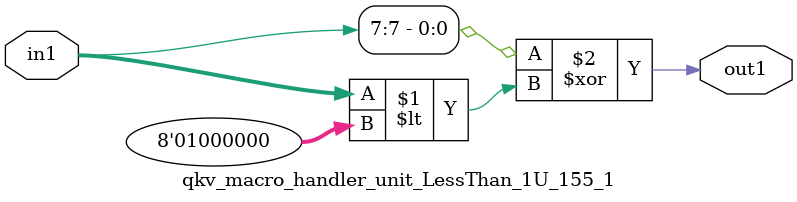
<source format=v>

`timescale 1ps / 1ps


module qkv_macro_handler_unit_LessThan_1U_155_1( in1, out1 );

    input [7:0] in1;
    output out1;

    
    // rtl_process:qkv_macro_handler_unit_LessThan_1U_155_1/qkv_macro_handler_unit_LessThan_1U_155_1_thread_1
    assign out1 = (in1[7] ^ in1 < 8'd064);

endmodule


</source>
